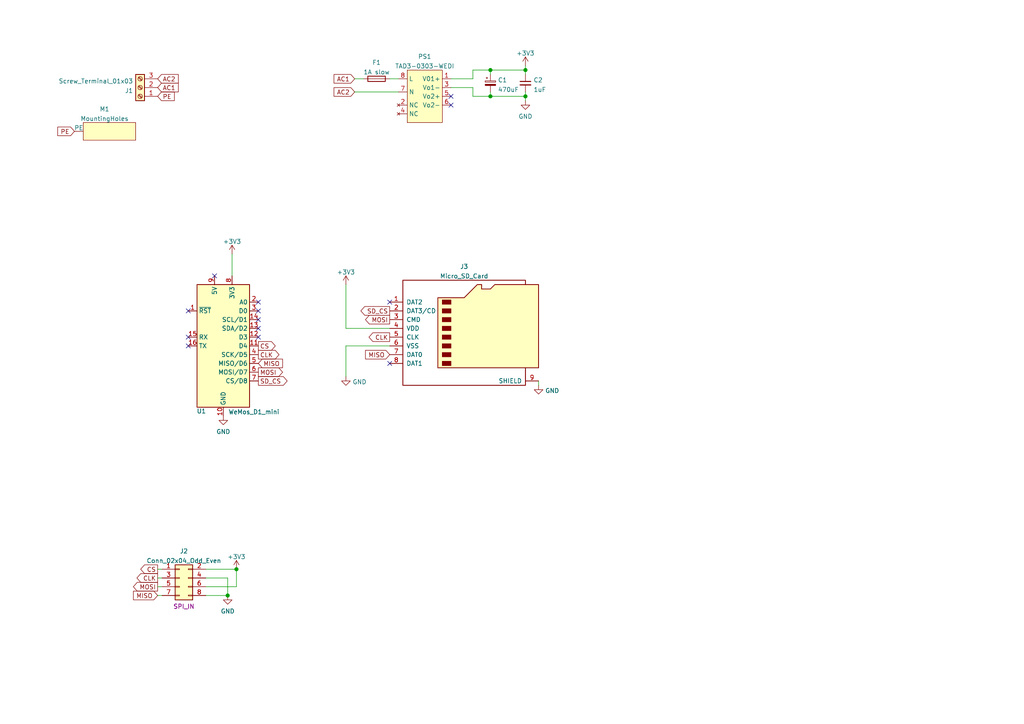
<source format=kicad_sch>
(kicad_sch (version 20210621) (generator eeschema)
  (paper "A4")
  (lib_symbols
    (symbol "Connector:Micro_SD_Card" (pin_names (offset 1.016))
      (property "Reference" "J" (at -16.51 15.24 0))
      (property "Value" "Micro_SD_Card" (at 16.51 15.24 0))
      (symbol "Micro_SD_Card_0_1"
        (rectangle (start -7.62 -9.525) (end -5.08 -10.795) (fill (type outline)))
        (rectangle (start -7.62 -6.985) (end -5.08 -8.255) (fill (type outline)))
        (rectangle (start -7.62 -4.445) (end -5.08 -5.715) (fill (type outline)))
        (rectangle (start -7.62 -1.905) (end -5.08 -3.175) (fill (type outline)))
        (rectangle (start -7.62 0.635) (end -5.08 -0.635) (fill (type outline)))
        (rectangle (start -7.62 3.175) (end -5.08 1.905) (fill (type outline)))
        (rectangle (start -7.62 5.715) (end -5.08 4.445) (fill (type outline)))
        (rectangle (start -7.62 8.255) (end -5.08 6.985) (fill (type outline)))
        (polyline (pts (xy 16.51 12.7) (xy 16.51 13.97) (xy -19.05 13.97) (xy -19.05 -16.51) (xy 16.51 -16.51) (xy 16.51 -11.43)) (stroke (width 0.254)))
        (polyline (pts (xy -8.89 -11.43) (xy -8.89 8.89) (xy -1.27 8.89) (xy 2.54 12.7) (xy 3.81 12.7) (xy 3.81 11.43) (xy 6.35 11.43) (xy 7.62 12.7) (xy 20.32 12.7) (xy 20.32 -11.43) (xy -8.89 -11.43)) (stroke (width 0.254)) (fill (type background)))
      )
      (symbol "Micro_SD_Card_1_1"
        (pin bidirectional line (at -22.86 7.62 0) (length 3.81) (name "DAT2") (number "1"))
        (pin bidirectional line (at -22.86 5.08 0) (length 3.81) (name "DAT3/CD") (number "2"))
        (pin input line (at -22.86 2.54 0) (length 3.81) (name "CMD") (number "3"))
        (pin power_in line (at -22.86 0 0) (length 3.81) (name "VDD") (number "4"))
        (pin input line (at -22.86 -2.54 0) (length 3.81) (name "CLK") (number "5"))
        (pin power_in line (at -22.86 -5.08 0) (length 3.81) (name "VSS") (number "6"))
        (pin bidirectional line (at -22.86 -7.62 0) (length 3.81) (name "DAT0") (number "7"))
        (pin bidirectional line (at -22.86 -10.16 0) (length 3.81) (name "DAT1") (number "8"))
        (pin passive line (at 20.32 -15.24 180) (length 3.81) (name "SHIELD") (number "9"))
      )
    )
    (symbol "Connector:Screw_Terminal_01x03" (pin_names (offset 1.016) hide)
      (property "Reference" "J" (at 0 5.08 0))
      (property "Value" "Screw_Terminal_01x03" (at 0 -5.08 0))
      (symbol "Screw_Terminal_01x03_1_1"
        (rectangle (start -1.27 3.81) (end 1.27 -3.81) (stroke (width 0.254)) (fill (type background)))
        (circle (center 0 -2.54) (radius 0.635) (stroke (width 0.1524)) (stroke (width 0.1524)))
        (polyline (pts (xy -0.5334 -2.2098) (xy 0.3302 -3.048)) (stroke (width 0.1524)))
        (polyline (pts (xy -0.5334 0.3302) (xy 0.3302 -0.508)) (stroke (width 0.1524)))
        (polyline (pts (xy -0.5334 2.8702) (xy 0.3302 2.032)) (stroke (width 0.1524)))
        (polyline (pts (xy -0.3556 -2.032) (xy 0.508 -2.8702)) (stroke (width 0.1524)))
        (polyline (pts (xy -0.3556 0.508) (xy 0.508 -0.3302)) (stroke (width 0.1524)))
        (polyline (pts (xy -0.3556 3.048) (xy 0.508 2.2098)) (stroke (width 0.1524)))
        (circle (center 0 0) (radius 0.635) (stroke (width 0.1524)) (stroke (width 0.1524)))
        (circle (center 0 2.54) (radius 0.635) (stroke (width 0.1524)) (stroke (width 0.1524)))
        (pin passive line (at -5.08 2.54 0) (length 3.81) (name "Pin_1") (number "1"))
        (pin passive line (at -5.08 0 0) (length 3.81) (name "Pin_2") (number "2"))
        (pin passive line (at -5.08 -2.54 0) (length 3.81) (name "Pin_3") (number "3"))
      )
    )
    (symbol "Connector_Generic:Conn_02x04_Odd_Even" (pin_names (offset 1.016) hide)
      (property "Reference" "J" (at 1.27 5.08 0))
      (property "Value" "Conn_02x04_Odd_Even" (at 1.27 -7.62 0))
      (symbol "Conn_02x04_Odd_Even_1_1"
        (rectangle (start -1.27 -4.953) (end 0 -5.207) (stroke (width 0.1524)))
        (rectangle (start -1.27 -2.413) (end 0 -2.667) (stroke (width 0.1524)))
        (rectangle (start -1.27 0.127) (end 0 -0.127) (stroke (width 0.1524)))
        (rectangle (start -1.27 2.667) (end 0 2.413) (stroke (width 0.1524)))
        (rectangle (start -1.27 3.81) (end 3.81 -6.35) (stroke (width 0.254)) (fill (type background)))
        (rectangle (start 3.81 -4.953) (end 2.54 -5.207) (stroke (width 0.1524)))
        (rectangle (start 3.81 -2.413) (end 2.54 -2.667) (stroke (width 0.1524)))
        (rectangle (start 3.81 0.127) (end 2.54 -0.127) (stroke (width 0.1524)))
        (rectangle (start 3.81 2.667) (end 2.54 2.413) (stroke (width 0.1524)))
        (pin passive line (at -5.08 2.54 0) (length 3.81) (name "Pin_1") (number "1"))
        (pin passive line (at 7.62 2.54 180) (length 3.81) (name "Pin_2") (number "2"))
        (pin passive line (at -5.08 0 0) (length 3.81) (name "Pin_3") (number "3"))
        (pin passive line (at 7.62 0 180) (length 3.81) (name "Pin_4") (number "4"))
        (pin passive line (at -5.08 -2.54 0) (length 3.81) (name "Pin_5") (number "5"))
        (pin passive line (at 7.62 -2.54 180) (length 3.81) (name "Pin_6") (number "6"))
        (pin passive line (at -5.08 -5.08 0) (length 3.81) (name "Pin_7") (number "7"))
        (pin passive line (at 7.62 -5.08 180) (length 3.81) (name "Pin_8") (number "8"))
      )
    )
    (symbol "Device:C_Polarized_Small" (pin_numbers hide) (pin_names (offset 0.254) hide)
      (property "Reference" "C" (at 0.254 1.778 0))
      (property "Value" "C_Polarized_Small" (at 0.254 -2.032 0))
      (symbol "C_Polarized_Small_0_1"
        (rectangle (start -1.524 -0.3048) (end 1.524 -0.6858) (fill (type outline)))
        (rectangle (start -1.524 0.6858) (end 1.524 0.3048))
        (polyline (pts (xy -1.27 1.524) (xy -0.762 1.524)))
        (polyline (pts (xy -1.016 1.27) (xy -1.016 1.778)))
      )
      (symbol "C_Polarized_Small_1_1"
        (pin passive line (at 0 2.54 270) (length 1.8542) (name "~") (number "1"))
        (pin passive line (at 0 -2.54 90) (length 1.8542) (name "~") (number "2"))
      )
    )
    (symbol "Device:C_Small" (pin_numbers hide) (pin_names (offset 0.254) hide)
      (property "Reference" "C" (at 0.254 1.778 0))
      (property "Value" "C_Small" (at 0.254 -2.032 0))
      (symbol "C_Small_0_1"
        (polyline (pts (xy -1.524 -0.508) (xy 1.524 -0.508)) (stroke (width 0.3302)))
        (polyline (pts (xy -1.524 0.508) (xy 1.524 0.508)) (stroke (width 0.3048)))
      )
      (symbol "C_Small_1_1"
        (pin passive line (at 0 2.54 270) (length 2.032) (name "~") (number "1"))
        (pin passive line (at 0 -2.54 90) (length 2.032) (name "~") (number "2"))
      )
    )
    (symbol "Device:Fuse" (pin_numbers hide) (pin_names (offset 0))
      (property "Reference" "F" (at 2.032 0 90))
      (property "Value" "Fuse" (at -1.905 0 90))
      (symbol "Fuse_0_1"
        (rectangle (start -0.762 -2.54) (end 0.762 2.54) (stroke (width 0.254)))
        (polyline (pts (xy 0 2.54) (xy 0 -2.54)))
      )
      (symbol "Fuse_1_1"
        (pin passive line (at 0 3.81 270) (length 1.27) (name "~") (number "1"))
        (pin passive line (at 0 -3.81 90) (length 1.27) (name "~") (number "2"))
      )
    )
    (symbol "MCU_Module:WeMos_D1_mini"
      (property "Reference" "U" (at 3.81 19.05 0))
      (property "Value" "WeMos_D1_mini" (at 1.27 -19.05 0))
      (symbol "WeMos_D1_mini_1_1"
        (rectangle (start -7.62 17.78) (end 7.62 -17.78) (stroke (width 0.254)) (fill (type background)))
        (pin input line (at -10.16 10.16 0) (length 2.54) (name "~{RST}") (number "1"))
        (pin power_in line (at 0 -20.32 90) (length 2.54) (name "GND") (number "10"))
        (pin bidirectional line (at 10.16 0 180) (length 2.54) (name "D4") (number "11"))
        (pin bidirectional line (at 10.16 2.54 180) (length 2.54) (name "D3") (number "12"))
        (pin bidirectional line (at 10.16 5.08 180) (length 2.54) (name "SDA/D2") (number "13"))
        (pin bidirectional line (at 10.16 7.62 180) (length 2.54) (name "SCL/D1") (number "14"))
        (pin input line (at -10.16 2.54 0) (length 2.54) (name "RX") (number "15"))
        (pin output line (at -10.16 0 0) (length 2.54) (name "TX") (number "16"))
        (pin input line (at 10.16 12.7 180) (length 2.54) (name "A0") (number "2"))
        (pin bidirectional line (at 10.16 10.16 180) (length 2.54) (name "D0") (number "3"))
        (pin bidirectional line (at 10.16 -2.54 180) (length 2.54) (name "SCK/D5") (number "4"))
        (pin bidirectional line (at 10.16 -5.08 180) (length 2.54) (name "MISO/D6") (number "5"))
        (pin bidirectional line (at 10.16 -7.62 180) (length 2.54) (name "MOSI/D7") (number "6"))
        (pin bidirectional line (at 10.16 -10.16 180) (length 2.54) (name "CS/D8") (number "7"))
        (pin power_out line (at 2.54 20.32 270) (length 2.54) (name "3V3") (number "8"))
        (pin power_in line (at -2.54 20.32 270) (length 2.54) (name "5V") (number "9"))
      )
    )
    (symbol "phase_angle_control:MountingHoles" (pin_numbers hide) (pin_names (offset 0))
      (property "Reference" "M" (at 1.27 3.81 0))
      (property "Value" "MountingHoles" (at 7.62 0 0))
      (symbol "MountingHoles_0_1"
        (rectangle (start 0 2.54) (end 15.24 -2.54) (stroke (width 0.1524)) (fill (type background)))
      )
      (symbol "MountingHoles_1_1"
        (pin passive line (at -2.54 0 0) (length 2.54) (name "PE") (number "1"))
      )
    )
    (symbol "phase_angle_control:TAD3-0303-WEDI"
      (property "Reference" "PS?" (at 0 10.2658 0))
      (property "Value" "TAD3-0303-WEDI" (at 0 7.4907 0))
      (symbol "TAD3-0303-WEDI_0_1"
        (rectangle (start -5.08 6.35) (end 5.08 -8.89) (stroke (width 0.1524)) (fill (type background)))
      )
      (symbol "TAD3-0303-WEDI_1_1"
        (pin input line (at 7.62 3.81 180) (length 2.54) (name "V01+") (number "1"))
        (pin no_connect line (at -7.62 -3.81 0) (length 2.54) (name "NC") (number "2"))
        (pin input line (at 7.62 1.27 180) (length 2.54) (name "Vo1-") (number "3"))
        (pin no_connect line (at -7.62 -6.35 0) (length 2.54) (name "NC") (number "4"))
        (pin input line (at 7.62 -1.27 180) (length 2.54) (name "Vo2+") (number "5"))
        (pin input line (at 7.62 -3.81 180) (length 2.54) (name "Vo2-") (number "6"))
        (pin input line (at -7.62 0 0) (length 2.54) (name "N") (number "7"))
        (pin input line (at -7.62 3.81 0) (length 2.54) (name "L") (number "8"))
      )
    )
    (symbol "power:+3.3V" (power) (pin_names (offset 0))
      (property "Value" "+3.3V" (at 0 3.556 0))
      (symbol "+3.3V_0_1"
        (polyline (pts (xy -0.762 1.27) (xy 0 2.54)))
        (polyline (pts (xy 0 0) (xy 0 2.54)))
        (polyline (pts (xy 0 2.54) (xy 0.762 1.27)))
      )
      (symbol "+3.3V_1_1"
        (pin power_in line (at 0 0 90) (length 0) hide (name "+3V3") (number "1"))
      )
    )
    (symbol "power:GND" (power) (pin_names (offset 0))
      (property "Value" "GND" (at 0 -3.81 0))
      (symbol "GND_0_1"
        (polyline (pts (xy 0 0) (xy 0 -1.27) (xy 1.27 -1.27) (xy 0 -2.54) (xy -1.27 -1.27) (xy 0 -1.27)))
      )
      (symbol "GND_1_1"
        (pin power_in line (at 0 0 270) (length 0) hide (name "GND") (number "1"))
      )
    )
  )
  (junction (at 66.04 172.72) (diameter 1.016))
  (junction (at 68.58 165.1) (diameter 1.016))
  (junction (at 142.24 20.32) (diameter 1.016))
  (junction (at 142.24 27.94) (diameter 1.016))
  (junction (at 152.4 20.32) (diameter 1.016))
  (junction (at 152.4 27.94) (diameter 1.016))
  (no_connect (at 54.61 90.17))
  (no_connect (at 54.61 97.79))
  (no_connect (at 54.61 100.33))
  (no_connect (at 62.23 80.01))
  (no_connect (at 74.93 87.63))
  (no_connect (at 74.93 90.17))
  (no_connect (at 74.93 92.71))
  (no_connect (at 74.93 95.25))
  (no_connect (at 74.93 97.79))
  (no_connect (at 113.03 87.63))
  (no_connect (at 113.03 105.41))
  (no_connect (at 130.81 27.94))
  (no_connect (at 130.81 30.48))
  (wire (pts (xy 45.72 165.1) (xy 46.99 165.1)))
  (wire (pts (xy 45.72 167.64) (xy 46.99 167.64)))
  (wire (pts (xy 45.72 170.18) (xy 46.99 170.18)))
  (wire (pts (xy 45.72 172.72) (xy 46.99 172.72)))
  (wire (pts (xy 59.69 165.1) (xy 68.58 165.1)))
  (wire (pts (xy 59.69 167.64) (xy 66.04 167.64)))
  (wire (pts (xy 59.69 172.72) (xy 66.04 172.72)))
  (wire (pts (xy 66.04 167.64) (xy 66.04 172.72)))
  (wire (pts (xy 67.31 73.66) (xy 67.31 80.01)))
  (wire (pts (xy 68.58 165.1) (xy 68.58 170.18)))
  (wire (pts (xy 68.58 170.18) (xy 59.69 170.18)))
  (wire (pts (xy 100.33 82.55) (xy 100.33 95.25)))
  (wire (pts (xy 100.33 95.25) (xy 113.03 95.25)))
  (wire (pts (xy 100.33 100.33) (xy 100.33 109.22)))
  (wire (pts (xy 102.87 22.86) (xy 105.41 22.86)))
  (wire (pts (xy 102.87 26.67) (xy 115.57 26.67)))
  (wire (pts (xy 113.03 22.86) (xy 115.57 22.86)))
  (wire (pts (xy 113.03 100.33) (xy 100.33 100.33)))
  (wire (pts (xy 130.81 25.4) (xy 137.16 25.4)))
  (wire (pts (xy 137.16 20.32) (xy 142.24 20.32)))
  (wire (pts (xy 137.16 22.86) (xy 130.81 22.86)))
  (wire (pts (xy 137.16 22.86) (xy 137.16 20.32)))
  (wire (pts (xy 137.16 25.4) (xy 137.16 27.94)))
  (wire (pts (xy 137.16 27.94) (xy 142.24 27.94)))
  (wire (pts (xy 142.24 20.32) (xy 142.24 21.59)))
  (wire (pts (xy 142.24 20.32) (xy 152.4 20.32)))
  (wire (pts (xy 142.24 27.94) (xy 142.24 26.67)))
  (wire (pts (xy 142.24 27.94) (xy 152.4 27.94)))
  (wire (pts (xy 152.4 19.05) (xy 152.4 20.32)))
  (wire (pts (xy 152.4 20.32) (xy 152.4 21.59)))
  (wire (pts (xy 152.4 27.94) (xy 152.4 26.67)))
  (wire (pts (xy 152.4 29.21) (xy 152.4 27.94)))
  (wire (pts (xy 156.21 110.49) (xy 156.21 111.76)))
  (global_label "PE" (shape input) (at 21.59 38.1 180) (property "Intersheet References" "${INTERSHEET_REFS}" (effects hide)))
  (global_label "AC2" (shape input) (at 45.72 22.86 0) (property "Intersheet References" "${INTERSHEET_REFS}" (effects hide)))
  (global_label "AC1" (shape input) (at 45.72 25.4 0) (property "Intersheet References" "${INTERSHEET_REFS}" (effects hide)))
  (global_label "PE" (shape input) (at 45.72 27.94 0) (property "Intersheet References" "${INTERSHEET_REFS}" (effects hide)))
  (global_label "CS" (shape output) (at 45.72 165.1 180) (property "Intersheet References" "${INTERSHEET_REFS}" (effects hide)))
  (global_label "CLK" (shape output) (at 45.72 167.64 180) (property "Intersheet References" "${INTERSHEET_REFS}" (effects hide)))
  (global_label "MOSI" (shape output) (at 45.72 170.18 180) (property "Intersheet References" "${INTERSHEET_REFS}" (effects hide)))
  (global_label "MISO" (shape input) (at 45.72 172.72 180) (property "Intersheet References" "${INTERSHEET_REFS}" (effects hide)))
  (global_label "CS" (shape output) (at 74.93 100.33 0) (property "Intersheet References" "${INTERSHEET_REFS}" (effects hide)))
  (global_label "CLK" (shape output) (at 74.93 102.87 0) (property "Intersheet References" "${INTERSHEET_REFS}" (effects hide)))
  (global_label "MISO" (shape input) (at 74.93 105.41 0) (property "Intersheet References" "${INTERSHEET_REFS}" (effects hide)))
  (global_label "MOSI" (shape output) (at 74.93 107.95 0) (property "Intersheet References" "${INTERSHEET_REFS}" (effects hide)))
  (global_label "SD_CS" (shape output) (at 74.93 110.49 0) (property "Intersheet References" "${INTERSHEET_REFS}" (effects hide)))
  (global_label "AC1" (shape input) (at 102.87 22.86 180) (property "Intersheet References" "${INTERSHEET_REFS}" (effects hide)))
  (global_label "AC2" (shape input) (at 102.87 26.67 180) (property "Intersheet References" "${INTERSHEET_REFS}" (effects hide)))
  (global_label "SD_CS" (shape output) (at 113.03 90.17 180) (property "Intersheet References" "${INTERSHEET_REFS}" (effects hide)))
  (global_label "MOSI" (shape output) (at 113.03 92.71 180) (property "Intersheet References" "${INTERSHEET_REFS}" (effects hide)))
  (global_label "CLK" (shape output) (at 113.03 97.79 180) (property "Intersheet References" "${INTERSHEET_REFS}" (effects hide)))
  (global_label "MISO" (shape input) (at 113.03 102.87 180) (property "Intersheet References" "${INTERSHEET_REFS}" (effects hide)))
  (symbol (lib_id "power:+3.3V") (at 67.31 73.66 0) (unit 1)
    (property "Reference" "#PWR0106" (effects hide))
    (property "Value" "+3.3V" (at 67.31 70.0554 0))
  )
  (symbol (lib_id "power:+3.3V") (at 68.58 165.1 0) (unit 1)
    (property "Reference" "#PWR0102" (effects hide))
    (property "Value" "+3.3V" (at 68.58 161.4954 0))
  )
  (symbol (lib_id "power:+3.3V") (at 100.33 82.55 0) (unit 1)
    (property "Reference" "#PWR0108" (effects hide))
    (property "Value" "+3.3V" (at 100.33 78.9454 0))
  )
  (symbol (lib_id "power:+3.3V") (at 152.4 19.05 0) (unit 1)
    (property "Reference" "#PWR0104" (effects hide))
    (property "Value" "+3.3V" (at 152.4 15.4454 0))
  )
  (symbol (lib_id "power:GND") (at 64.77 120.65 0) (unit 1)
    (property "Reference" "#PWR0103" (effects hide))
    (property "Value" "GND" (at 64.77 125.2126 0))
  )
  (symbol (lib_id "power:GND") (at 66.04 172.72 0) (unit 1)
    (property "Reference" "#PWR0101" (effects hide))
    (property "Value" "GND" (at 66.04 177.2826 0))
  )
  (symbol (lib_id "power:GND") (at 100.33 109.22 0) (unit 1)
    (property "Reference" "#PWR0110" (effects hide))
    (property "Value" "GND" (at 102.2351 110.7785 0) (effects (justify left)))
  )
  (symbol (lib_id "power:GND") (at 152.4 29.21 0) (unit 1)
    (property "Reference" "#PWR0105" (effects hide))
    (property "Value" "GND" (at 152.4 33.7726 0))
  )
  (symbol (lib_id "power:GND") (at 156.21 111.76 0) (unit 1)
    (property "Reference" "#PWR0109" (effects hide))
    (property "Value" "GND" (at 158.1151 113.3185 0) (effects (justify left)))
  )
  (symbol (lib_id "Device:Fuse") (at 109.22 22.86 90) (unit 1)
    (property "Reference" "F1" (at 109.22 18.1314 90))
    (property "Value" "1A slow" (at 109.22 20.9065 90))
    (property "Footprint" "phase_angle_control:Fuse_2410" (effects hide))
    (property "Datasheet" "https://datasheet.lcsc.com/lcsc/1809211427_Shenzhen-JDT-Fuse-JFC2410-1100TS_C136380.pdf" (effects hide))
    (property "LCSC Part#" "C136380" (effects hide))
  )
  (symbol (lib_id "Device:C_Polarized_Small") (at 142.24 24.13 0) (unit 1)
    (property "Reference" "C1" (at 144.3991 23.2215 0) (effects (justify left)))
    (property "Value" "470uF" (at 144.3991 25.9966 0) (effects (justify left)))
    (property "Footprint" "Capacitor_THT:CP_Radial_D8.0mm_P3.50mm" (effects hide))
    (property "Datasheet" "https://datasheet.lcsc.com/lcsc/2105171209_Man-Yue-Tech-ULR477M1CF08RR_C840136.pdf" (effects hide))
    (property "LCSC Part#" "C840136" (effects hide))
  )
  (symbol (lib_id "Device:C_Small") (at 152.4 24.13 0) (unit 1)
    (property "Reference" "C2" (at 154.7242 23.2215 0) (effects (justify left)))
    (property "Value" "1uF" (at 154.7242 25.9966 0) (effects (justify left)))
    (property "Footprint" "Capacitor_THT:C_Disc_D4.3mm_W1.9mm_P5.00mm" (effects hide))
    (property "Datasheet" "https://datasheet.lcsc.com/lcsc/2003031431_AVX-SR305C105KARTR1_C444742.pdf" (effects hide))
    (property "LCSC Part#" "C444742" (effects hide))
  )
  (symbol (lib_id "Connector:Screw_Terminal_01x03") (at 40.64 25.4 180) (unit 1)
    (property "Reference" "J1" (at 38.6079 26.3085 0) (effects (justify left)))
    (property "Value" "Screw_Terminal_01x03" (at 38.6079 23.5334 0) (effects (justify left)))
    (property "Footprint" "pac:KF206B-7.5-3P" (effects hide))
    (property "LCSC Part#" "C475240" (effects hide))
  )
  (symbol (lib_id "phase_angle_control:MountingHoles") (at 24.13 38.1 0) (unit 1)
    (property "Reference" "M1" (at 30.3276 31.6442 0))
    (property "Value" "MountingHoles" (at 30.3276 34.4193 0))
    (property "Footprint" "pac:MountingHolesPE" (effects hide))
  )
  (symbol (lib_id "Connector_Generic:Conn_02x04_Odd_Even") (at 52.07 167.64 0) (unit 1)
    (property "Reference" "J2" (at 53.34 159.8634 0))
    (property "Value" "Conn_02x04_Odd_Even" (at 53.34 162.6385 0))
    (property "Footprint" "Connector_PinHeader_2.54mm:PinHeader_2x04_P2.54mm_Horizontal" (effects hide))
    (property "Comment" "SPI_IN" (at 53.34 175.895 0))
    (property "LCSC Part#" "C358706" (effects hide))
  )
  (symbol (lib_id "phase_angle_control:TAD3-0303-WEDI") (at 123.19 26.67 0) (unit 1)
    (property "Reference" "PS1" (at 123.19 16.4042 0))
    (property "Value" "TAD3-0303-WEDI" (at 123.19 19.1793 0))
    (property "Footprint" "phase_angle_control:TAD3-0303-WEDI" (effects hide))
    (property "Datasheet" "https://datasheet.lcsc.com/lcsc/2009071035_TDPOWER-TAD3-0303-WEDI_C695893.pdf" (effects hide))
    (property "LCSC Part#" "C695893" (effects hide))
  )
  (symbol (lib_id "MCU_Module:WeMos_D1_mini") (at 64.77 100.33 0) (unit 1)
    (property "Reference" "U1" (at 58.42 119.2436 0))
    (property "Value" "WeMos_D1_mini" (at 73.66 119.4787 0))
    (property "Footprint" "Module:WEMOS_D1_mini_light" (effects hide))
    (property "Datasheet" "https://wiki.wemos.cc/products:d1:d1_mini#documentation" (effects hide))
  )
  (symbol (lib_id "Connector:Micro_SD_Card") (at 135.89 95.25 0) (unit 1)
    (property "Reference" "J3" (at 134.62 77.3134 0))
    (property "Value" "Micro_SD_Card" (at 134.62 80.0885 0))
    (property "Footprint" "phase_angle_control:micro_sd_slot" (effects hide))
    (property "Datasheet" "https://datasheet.lcsc.com/lcsc/1912111437_HOAUC-HYC39-TF08-180_C341095.pdf" (effects hide))
    (property "LCSC Part#" "C341095" (effects hide))
  )
)
</source>
